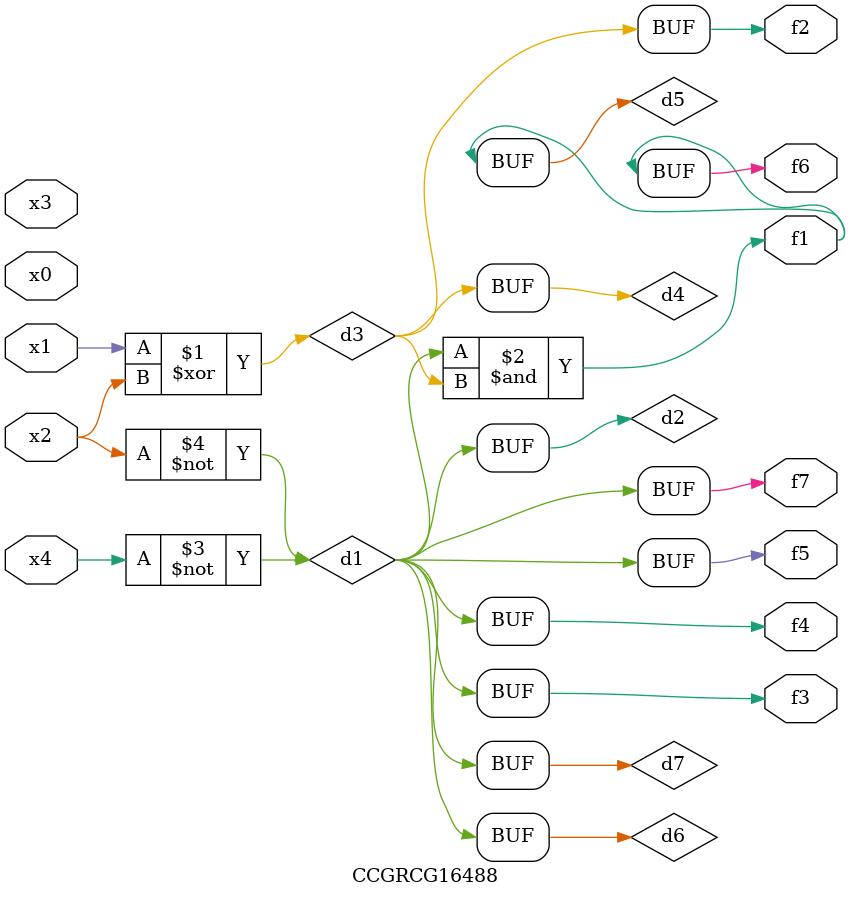
<source format=v>
module CCGRCG16488(
	input x0, x1, x2, x3, x4,
	output f1, f2, f3, f4, f5, f6, f7
);

	wire d1, d2, d3, d4, d5, d6, d7;

	not (d1, x4);
	not (d2, x2);
	xor (d3, x1, x2);
	buf (d4, d3);
	and (d5, d1, d3);
	buf (d6, d1, d2);
	buf (d7, d2);
	assign f1 = d5;
	assign f2 = d4;
	assign f3 = d7;
	assign f4 = d7;
	assign f5 = d7;
	assign f6 = d5;
	assign f7 = d7;
endmodule

</source>
